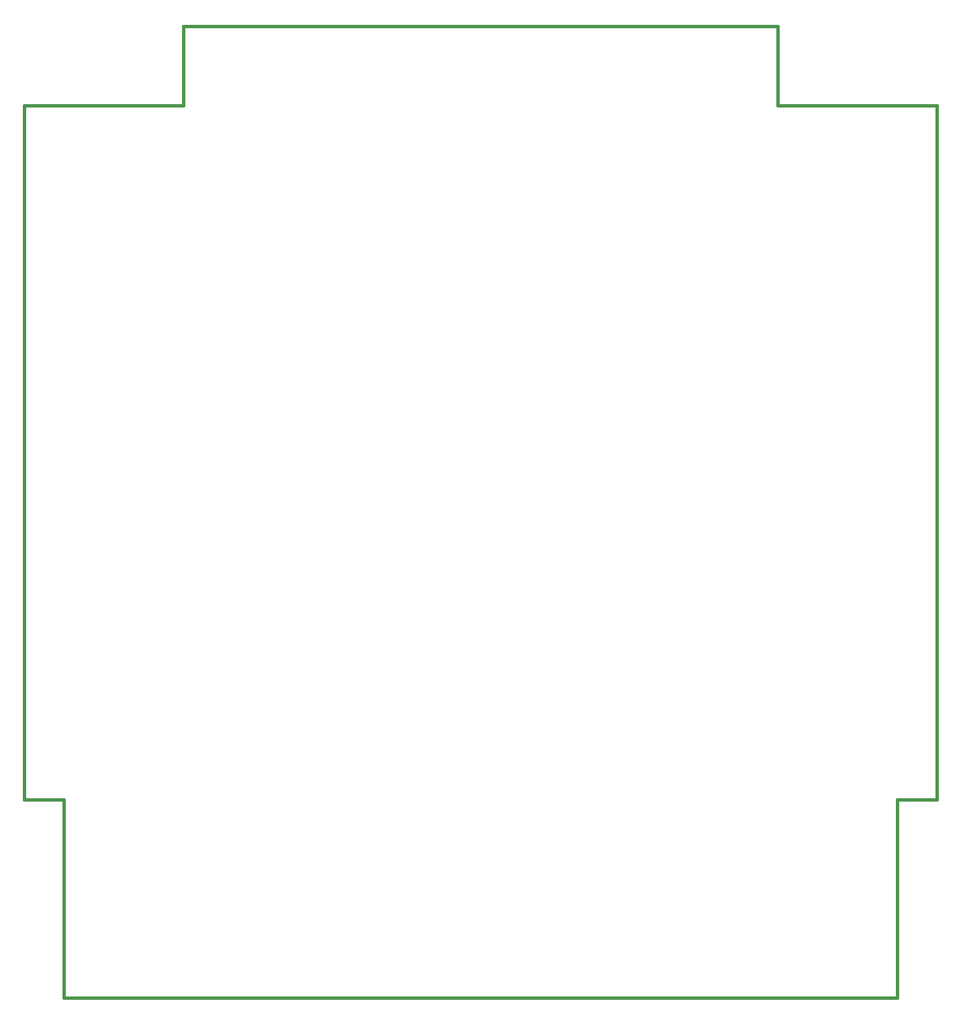
<source format=gbr>
G04 (created by PCBNEW-RS274X (2011-12-28 BZR 3254)-stable) date 23.01.2012 18:01:50*
G01*
G70*
G90*
%MOIN*%
G04 Gerber Fmt 3.4, Leading zero omitted, Abs format*
%FSLAX34Y34*%
G04 APERTURE LIST*
%ADD10C,0.006000*%
%ADD11C,0.015000*%
G04 APERTURE END LIST*
G54D10*
G54D11*
X74310Y-14270D02*
X82184Y-14270D01*
X74310Y-10333D02*
X74310Y-14270D01*
X44782Y-10333D02*
X74310Y-10333D01*
X44782Y-14270D02*
X44782Y-10333D01*
X36908Y-14270D02*
X44782Y-14270D01*
X36908Y-48719D02*
X36908Y-14270D01*
X38877Y-48719D02*
X36908Y-48719D01*
X38877Y-58561D02*
X38877Y-48719D01*
X80215Y-58561D02*
X38877Y-58561D01*
X80215Y-48719D02*
X80215Y-58561D01*
X82184Y-48719D02*
X80215Y-48719D01*
X82184Y-14270D02*
X82184Y-48719D01*
X82184Y-16239D02*
X82184Y-14270D01*
X59546Y-10333D02*
X74310Y-10333D01*
X74310Y-10333D02*
X74310Y-14270D01*
X44782Y-14270D02*
X44782Y-10333D01*
X44782Y-10333D02*
X59546Y-10333D01*
M02*

</source>
